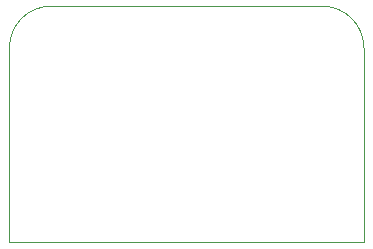
<source format=gbr>
G04 #@! TF.GenerationSoftware,KiCad,Pcbnew,5.0.1-33cea8e~68~ubuntu16.04.1*
G04 #@! TF.CreationDate,2018-11-05T16:05:36+00:00*
G04 #@! TF.ProjectId,lna,6C6E612E6B696361645F706362000000,rev?*
G04 #@! TF.SameCoordinates,Original*
G04 #@! TF.FileFunction,Profile,NP*
%FSLAX46Y46*%
G04 Gerber Fmt 4.6, Leading zero omitted, Abs format (unit mm)*
G04 Created by KiCad (PCBNEW 5.0.1-33cea8e~68~ubuntu16.04.1) date Mon 05 Nov 2018 04:05:36 PM GMT*
%MOMM*%
%LPD*%
G01*
G04 APERTURE LIST*
%ADD10C,0.100000*%
G04 APERTURE END LIST*
D10*
X50000000Y-80000000D02*
X50000000Y-63500000D01*
X80000000Y-80000000D02*
X50000000Y-80000000D01*
X80000000Y-63500000D02*
X80000000Y-80000000D01*
X76500000Y-60000000D02*
X53500000Y-60000000D01*
X76500000Y-60000000D02*
G75*
G02X80000000Y-63500000I0J-3500000D01*
G01*
X50000000Y-63500000D02*
G75*
G02X53500000Y-60000000I3500000J0D01*
G01*
M02*

</source>
